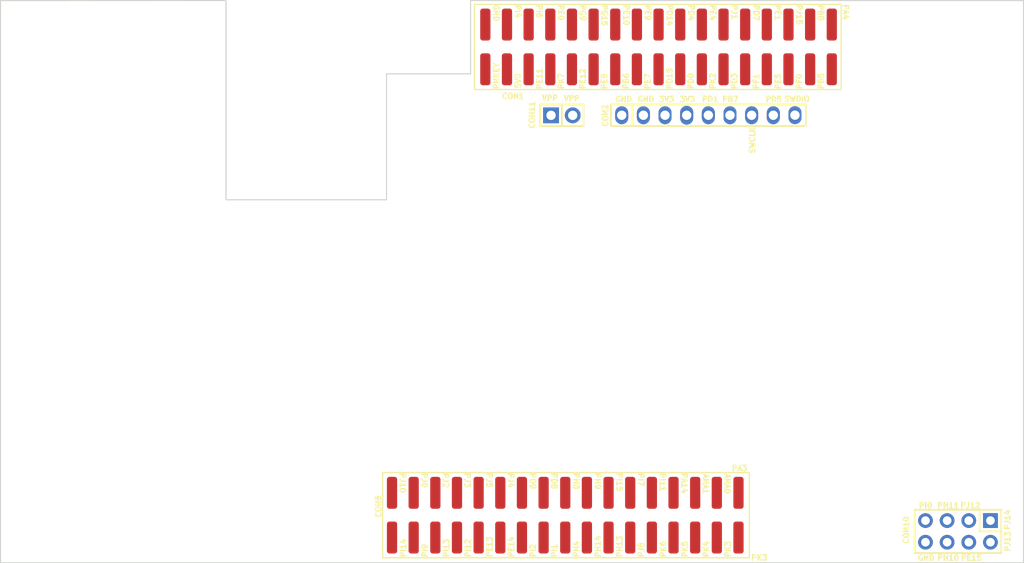
<source format=kicad_pcb>
(kicad_pcb (version 20240108) (generator "pcbnew") (generator_version "8.0")
  (title_block (title "Telemach mp157 development board shield") (date "2024-09-05") (rev "V1.0") (company "MW Sofjan"))
  (layers (0 "F.Cu" signal) (1 "In1.Cu" signal) (2 "In2.Cu" signal) (31 "B.Cu" signal) (34 "B.Paste" user) (35 "F.Paste" user) (36 "B.SilkS" user "B.Silkscreen") (37 "F.SilkS" user "F.Silkscreen") (38 "B.Mask" user) (39 "F.Mask" user) (44 "Edge.Cuts" user))
  (net 0 "")
  (net 1 "GND")
  (net 2 "5V")
  (net 3 "3V3")
  (net 4 "/Gold Connector/PIN1")
  (net 5 "/Gold Connector/PIN4")
  (net 6 "/Gold Connector/PIN5")
  (net 7 "/Gold Connector/PIN6")
  (net 8 "/Gold Connector/PIN7")
  (net 9 "/Gold Connector/PIN8")
  (net 10 "/Gold Connector/PIN9")
  (net 11 "/Gold Connector/PIN10")
  (net 12 "/Gold Connector/PIN11")
  (net 13 "/Gold Connector/PIN12")
  (net 14 "/Gold Connector/PIN13")
  (net 15 "/Gold Connector/PIN14")
  (net 16 "/Gold Connector/PIN15")
  (net 17 "/Gold Connector/PIN16")
  (net 18 "/Gold Connector/PIN17")
  (net 19 "/Gold Connector/PIN18")
  (net 20 "/Gold Connector/PIN19")
  (net 21 "/Gold Connector/PIN20")
  (net 22 "/Gold Connector/PIN21")
  (net 23 "/Gold Connector/PIN22")
  (net 24 "/Gold Connector/PIN23")
  (net 25 "/Gold Connector/PIN24")
  (net 26 "/Gold Connector/PIN25")
  (net 27 "/Gold Connector/PIN26")
  (net 28 "/Gold Connector/PIN27")
  (net 29 "/Gold Connector/PIN28")
  (net 30 "/Gold Connector/PIN29")
  (net 31 "/Gold Connector/PIN30")
  (net 32 "/Gold Connector/PIN31")
  (net 33 "/Gold Connector/PIN32")
  (net 34 "/Gold Connector/PIN33")
  (net 35 "/Gold Connector/PIN34")
  (net 36 "/Gold Connector/PIN35")
  (net 37 "/Gold Connector/PIN36")
  (net 38 "/Gold Connector/PIN37")
  (net 39 "/Gold Connector/PIN38")
  (net 40 "/Gold Connector/PIN39")
  (net 41 "/Gold Connector/PIN40")
  (net 42 "/Gold Connector/PIN41")
  (net 43 "/Gold Connector/PIN42")
  (net 44 "/Gold Connector/PIN43")
  (net 45 "/Gold Connector/PIN44")
  (net 46 "/Gold Connector/PIN45")
  (net 47 "/Gold Connector/PIN46")
  (net 48 "/MCU Unit/PH10_GPIO")
  (net 49 "/MCU Unit/PI0_GPIO")
  (net 50 "/MCU Unit/JTCK-SWCLK")
  (net 51 "/MCU Unit/JTMS-SWDIO")
  (net 52 "/Gold Connector/PIN47")
  (net 53 "/Gold Connector/PIN48")
  (net 54 "/Gold Connector/PIN51")
  (net 55 "/Main Connector/PWR_IN_(4.5÷27)V")
  (net 56 "/Gold Connector/PIN49")
  (net 57 "/Gold Connector/PIN50")
  (net 58 "/Gold Connector/PIN52")
  (net 59 "/Gold Connector/PIN53")
  (net 60 "/Gold Connector/PIN54")
  (net 61 "/Gold Connector/PIN55")
  (net 62 "/Gold Connector/PIN56")
  (net 63 "/Gold Connector/PIN57")
  (net 64 "/Gold Connector/PIN58")
  (net 65 "/Gold Connector/PIN59")
  (net 66 "/Gold Connector/PIN60")
  (net 67 "/Gold Connector/PIN61")
  (net 68 "/Gold Connector/PIN62")
  (net 69 "/Gold Connector/PIN63")
  (net 70 "/Gold Connector/PIN64")
  (net 71 "/Gold Connector/PIN65")
  (net 72 "/Gold Connector/PIN66")
  (net 73 "/Gold Connector/PIN67")
  (net 74 "/Gold Connector/PIN68")
  (net 75 "/MCU Unit/PB7_GPIO")
  (net 76 "/MCU Unit/PD5_GPIO")
  (net 77 "/MCU Unit/PD1_GPIO")
  (net 78 "/MCU Unit/PH11_GPIO")
  (net 79 "/MCU Unit/PE15_GPIO")
  (net 80 "/MCU Unit/PJ12_GPIO")
  (net 81 "/MCU Unit/PJ13_GPIO")
  (net 82 "/MCU Unit/PJ14_GPIO")
  (footprint "Goldpin:Goldpin_2_2_54mm" (layer "F.Cu") (at 161.66 81.54)
    (property "Reference" "CON11" (at -3.49 -0.05 90) (layer "F.SilkS") (effects (font (size 0.635 0.635) (thickness 0.15875) (bold yes))))
    (property "Value" "1x2x2.54mm" (hide yes))
    (fp_line (start -2.54 -1.27) (end 2.54 -1.27) (stroke (width 0.2032)) (layer "F.SilkS"))
    (fp_line (start -2.54 1.27) (end -2.54 -1.27) (stroke (width 0.2032)) (layer "F.SilkS"))
    (fp_line (start 0 -1.27) (end 0 1.27) (stroke (width 0.2032)) (layer "F.SilkS"))
    (fp_line (start 2.54 -1.27) (end 2.54 1.27) (stroke (width 0.2032)) (layer "F.SilkS"))
    (fp_line (start 2.54 1.27) (end -2.54 1.27) (stroke (width 0.2032)) (layer "F.SilkS"))
    (pad "1" thru_hole rect (at -1.27 0) (size 1.85 1.85) (drill 1.1) (layers "*.Cu" "*.Mask") (net 55 "/Main Connector/PWR_IN_(4.5÷27)V"))
    (pad "2" thru_hole oval (at 1.27 0) (size 1.85 1.85) (drill 1.1) (layers "*.Cu" "*.Mask") (net 55 "/Main Connector/PWR_IN_(4.5÷27)V"))
  )
  (footprint "Goldpin:Goldpin_17_2_2_54mm_SMT" (layer "F.Cu") (at 173 73.51 90)
    (property "Reference" "CON1" (at -5.78 -17.07 180) (layer "F.SilkS") (effects (font (size 0.635 0.635) (thickness 0.15875) (bold yes))))
    (property "Value" "2x17x2.54mm" (hide yes))
    (fp_line (start 5 -21.59) (end -5 -21.59) (stroke (width 0.15)) (layer "F.SilkS"))
    (fp_line (start -5 -21.59) (end -5 21.42) (stroke (width 0.15)) (layer "F.SilkS"))
    (fp_line (start 5 21.42) (end 5 -21.59) (stroke (width 0.15)) (layer "F.SilkS"))
    (fp_line (start -5 21.42) (end 5 21.42) (stroke (width 0.15)) (layer "F.SilkS"))
    (pad "1" smd roundrect (at -2.625 -20.32 90) (size 3.75 1.2) (layers "F.Cu" "F.Paste" "F.Mask") (net 4 "/Gold Connector/PIN1"))
    (pad "2" smd roundrect (at 2.625 -20.32 90) (size 3.75 1.2) (layers "F.Cu" "F.Paste" "F.Mask") (net 1 "GND"))
    (pad "3" smd roundrect (at -2.625 -17.78 90) (size 3.75 1.2) (layers "F.Cu" "F.Paste" "F.Mask") (net 2 "5V"))
    (pad "4" smd roundrect (at 2.625 -17.78 90) (size 3.75 1.2) (layers "F.Cu" "F.Paste" "F.Mask") (net 5 "/Gold Connector/PIN4"))
    (pad "5" smd roundrect (at -2.625 -15.24 90) (size 3.75 1.2) (layers "F.Cu" "F.Paste" "F.Mask") (net 6 "/Gold Connector/PIN5"))
    (pad "6" smd roundrect (at 2.625 -15.24 90) (size 3.75 1.2) (layers "F.Cu" "F.Paste" "F.Mask") (net 7 "/Gold Connector/PIN6"))
    (pad "7" smd roundrect (at -2.625 -12.7 90) (size 3.75 1.2) (layers "F.Cu" "F.Paste" "F.Mask") (net 8 "/Gold Connector/PIN7"))
    (pad "8" smd roundrect (at 2.625 -12.7 90) (size 3.75 1.2) (layers "F.Cu" "F.Paste" "F.Mask") (net 9 "/Gold Connector/PIN8"))
    (pad "9" smd roundrect (at -2.625 -10.16 90) (size 3.75 1.2) (layers "F.Cu" "F.Paste" "F.Mask") (net 10 "/Gold Connector/PIN9"))
    (pad "10" smd roundrect (at 2.625 -10.16 90) (size 3.75 1.2) (layers "F.Cu" "F.Paste" "F.Mask") (net 11 "/Gold Connector/PIN10"))
    (pad "11" smd roundrect (at -2.625 -7.62 90) (size 3.75 1.2) (layers "F.Cu" "F.Paste" "F.Mask") (net 12 "/Gold Connector/PIN11"))
    (pad "12" smd roundrect (at 2.625 -7.62 90) (size 3.75 1.2) (layers "F.Cu" "F.Paste" "F.Mask") (net 13 "/Gold Connector/PIN12"))
    (pad "13" smd roundrect (at -2.625 -5.08 90) (size 3.75 1.2) (layers "F.Cu" "F.Paste" "F.Mask") (net 14 "/Gold Connector/PIN13"))
    (pad "14" smd roundrect (at 2.625 -5.08 90) (size 3.75 1.2) (layers "F.Cu" "F.Paste" "F.Mask") (net 15 "/Gold Connector/PIN14"))
    (pad "15" smd roundrect (at -2.625 -2.54 90) (size 3.75 1.2) (layers "F.Cu" "F.Paste" "F.Mask") (net 16 "/Gold Connector/PIN15"))
    (pad "16" smd roundrect (at 2.625 -2.54 90) (size 3.75 1.2) (layers "F.Cu" "F.Paste" "F.Mask") (net 17 "/Gold Connector/PIN16"))
    (pad "17" smd roundrect (at -2.625 0 90) (size 3.75 1.2) (layers "F.Cu" "F.Paste" "F.Mask") (net 18 "/Gold Connector/PIN17"))
    (pad "18" smd roundrect (at 2.625 0 90) (size 3.75 1.2) (layers "F.Cu" "F.Paste" "F.Mask") (net 19 "/Gold Connector/PIN18"))
    (pad "19" smd roundrect (at -2.625 2.54 90) (size 3.75 1.2) (layers "F.Cu" "F.Paste" "F.Mask") (net 20 "/Gold Connector/PIN19"))
    (pad "20" smd roundrect (at 2.625 2.54 90) (size 3.75 1.2) (layers "F.Cu" "F.Paste" "F.Mask") (net 21 "/Gold Connector/PIN20"))
    (pad "21" smd roundrect (at -2.625 5.08 90) (size 3.75 1.2) (layers "F.Cu" "F.Paste" "F.Mask") (net 22 "/Gold Connector/PIN21"))
    (pad "22" smd roundrect (at 2.625 5.08 90) (size 3.75 1.2) (layers "F.Cu" "F.Paste" "F.Mask") (net 23 "/Gold Connector/PIN22"))
    (pad "23" smd roundrect (at -2.625 7.62 90) (size 3.75 1.2) (layers "F.Cu" "F.Paste" "F.Mask") (net 24 "/Gold Connector/PIN23"))
    (pad "24" smd roundrect (at 2.625 7.62 90) (size 3.75 1.2) (layers "F.Cu" "F.Paste" "F.Mask") (net 25 "/Gold Connector/PIN24"))
    (pad "25" smd roundrect (at -2.625 10.16 90) (size 3.75 1.2) (layers "F.Cu" "F.Paste" "F.Mask") (net 26 "/Gold Connector/PIN25"))
    (pad "26" smd roundrect (at 2.625 10.16 90) (size 3.75 1.2) (layers "F.Cu" "F.Paste" "F.Mask") (net 27 "/Gold Connector/PIN26"))
    (pad "27" smd roundrect (at -2.625 12.7 90) (size 3.75 1.2) (layers "F.Cu" "F.Paste" "F.Mask") (net 28 "/Gold Connector/PIN27"))
    (pad "28" smd roundrect (at 2.625 12.7 90) (size 3.75 1.2) (layers "F.Cu" "F.Paste" "F.Mask") (net 29 "/Gold Connector/PIN28"))
    (pad "29" smd roundrect (at -2.625 15.24 90) (size 3.75 1.2) (layers "F.Cu" "F.Paste" "F.Mask") (net 30 "/Gold Connector/PIN29"))
    (pad "30" smd roundrect (at 2.625 15.24 90) (size 3.75 1.2) (layers "F.Cu" "F.Paste" "F.Mask") (net 31 "/Gold Connector/PIN30"))
    (pad "31" smd roundrect (at -2.625 17.78 90) (size 3.75 1.2) (layers "F.Cu" "F.Paste" "F.Mask") (net 32 "/Gold Connector/PIN31"))
    (pad "32" smd roundrect (at 2.625 17.78 90) (size 3.75 1.2) (layers "F.Cu" "F.Paste" "F.Mask") (net 33 "/Gold Connector/PIN32"))
    (pad "33" smd roundrect (at -2.625 20.32 90) (size 3.75 1.2) (layers "F.Cu" "F.Paste" "F.Mask") (net 34 "/Gold Connector/PIN33"))
    (pad "34" smd roundrect (at 2.625 20.32 90) (size 3.75 1.2) (layers "F.Cu" "F.Paste" "F.Mask") (net 35 "/Gold Connector/PIN34"))
  )
  (footprint "Goldpin:Goldpin_9_2_54mm" (layer "F.Cu") (at 178.84 81.53)
    (property "Reference" "CON2" (at -12.09 0.04 90) (layer "F.SilkS") (effects (font (size 0.635 0.635) (thickness 0.15875) (bold yes))))
    (property "Value" "1x9x2.54mm" (hide yes))
    (fp_line (start -11.43 -1.27) (end -11.43 1.27) (stroke (width 0.2032)) (layer "F.SilkS"))
    (fp_line (start -11.43 -1.27) (end 11.43 -1.27) (stroke (width 0.2032)) (layer "F.SilkS"))
    (fp_line (start -8.89 -1.27) (end -8.89 1.27) (stroke (width 0.2032)) (layer "F.SilkS"))
    (fp_line (start 11.43 -1.27) (end 11.43 1.27) (stroke (width 0.2032)) (layer "F.SilkS"))
    (fp_line (start 11.43 1.27) (end -11.43 1.27) (stroke (width 0.2032)) (layer "F.SilkS"))
    (pad "1" thru_hole oval (at -10.16 0) (size 1.524 2.1) (drill 1.1) (layers "*.Cu" "*.Mask") (net 1 "GND"))
    (pad "2" thru_hole oval (at -7.62 0) (size 1.524 2.1) (drill 1.1) (layers "*.Cu" "*.Mask") (net 1 "GND"))
    (pad "3" thru_hole oval (at -5.08 0) (size 1.524 2.1) (drill 1.1) (layers "*.Cu" "*.Mask") (net 3 "3V3"))
    (pad "4" thru_hole oval (at -2.54 0) (size 1.524 2.19964) (drill 1.1) (layers "*.Cu" "*.Mask") (net 3 "3V3"))
    (pad "5" thru_hole oval (at 0 0) (size 1.524 2.1) (drill 1.1) (layers "*.Cu" "*.Mask") (net 77 "/MCU Unit/PD1_GPIO"))
    (pad "6" thru_hole oval (at 2.54 0) (size 1.524 2.1) (drill 1.1) (layers "*.Cu" "*.Mask") (net 75 "/MCU Unit/PB7_GPIO"))
    (pad "7" thru_hole oval (at 5.08 0) (size 1.524 2.1) (drill 1.1) (layers "*.Cu" "*.Mask") (net 50 "/MCU Unit/JTCK-SWCLK"))
    (pad "8" thru_hole oval (at 7.62 0) (size 1.524 2.1) (drill 1.1) (layers "*.Cu" "*.Mask") (net 76 "/MCU Unit/PD5_GPIO"))
    (pad "9" thru_hole oval (at 10.16 -0.01) (size 1.524 2.1) (drill 1.1) (layers "*.Cu" "*.Mask") (net 51 "/MCU Unit/JTMS-SWDIO"))
  )
  (footprint "Goldpin:Goldpin_4_2_2_54mm" (layer "F.Cu") (at 208.12 130.39 -90)
    (property "Reference" "CON10" (at -0.15 6.08 90) (layer "F.SilkS") (effects (font (size 0.635 0.635) (thickness 0.15875) (bold yes))))
    (property "Value" "77313-818-08LF" (hide yes))
    (fp_line (start -2.54 5.08) (end 2.54 5.08) (stroke (width 0.2032)) (layer "F.SilkS"))
    (fp_line (start 2.54 5.08) (end 2.54 -5.08) (stroke (width 0.2032)) (layer "F.SilkS"))
    (fp_line (start 0 -2.54) (end -2.54 -2.54) (stroke (width 0.2032)) (layer "F.SilkS"))
    (fp_line (start -2.54 -5.08) (end -2.54 5.08) (stroke (width 0.2032)) (layer "F.SilkS"))
    (fp_line (start 0 -5.08) (end 0 -2.54) (stroke (width 0.2032)) (layer "F.SilkS"))
    (fp_line (start 2.54 -5.08) (end -2.54 -5.08) (stroke (width 0.2032)) (layer "F.SilkS"))
    (pad "1" thru_hole rect (at -1.27 -3.81 270) (size 1.7272 1.7272) (drill 1.016) (layers "*.Cu" "*.Mask") (net 82 "/MCU Unit/PJ14_GPIO"))
    (pad "2" thru_hole oval (at 1.27 -3.81 270) (size 1.7272 1.7272) (drill 1.016) (layers "*.Cu" "*.Mask") (net 81 "/MCU Unit/PJ13_GPIO"))
    (pad "3" thru_hole oval (at -1.27 -1.27 270) (size 1.7272 1.7272) (drill 1.016) (layers "*.Cu" "*.Mask") (net 80 "/MCU Unit/PJ12_GPIO"))
    (pad "4" thru_hole oval (at 1.27 -1.27 270) (size 1.7272 1.7272) (drill 1.016) (layers "*.Cu" "*.Mask") (net 79 "/MCU Unit/PE15_GPIO"))
    (pad "5" thru_hole oval (at -1.27 1.27 270) (size 1.7272 1.7272) (drill 1.016) (layers "*.Cu" "*.Mask") (net 78 "/MCU Unit/PH11_GPIO"))
    (pad "6" thru_hole oval (at 1.27 1.27 270) (size 1.7272 1.7272) (drill 1.016) (layers "*.Cu" "*.Mask") (net 48 "/MCU Unit/PH10_GPIO"))
    (pad "7" thru_hole oval (at -1.27 3.81 270) (size 1.7272 1.7272) (drill 1.016) (layers "*.Cu" "*.Mask") (net 49 "/MCU Unit/PI0_GPIO"))
    (pad "8" thru_hole oval (at 1.27 3.81 270) (size 1.7272 1.7272) (drill 1.016) (layers "*.Cu" "*.Mask") (net 1 "GND"))
  )
  (footprint "Goldpin:Goldpin_17_2_2_54mm_SMT" (layer "F.Cu") (at 162.055 128.485 -90)
    (property "Reference" "CON8" (at -1.025 21.915 90) (layer "F.SilkS") (effects (font (size 0.635 0.635) (thickness 0.15875) (bold yes))))
    (property "Value" "2x17x2.54mm" (hide yes))
    (fp_line (start -5 21.42) (end 5 21.42) (stroke (width 0.15)) (layer "F.SilkS"))
    (fp_line (start 5 21.42) (end 5 -21.59) (stroke (width 0.15)) (layer "F.SilkS"))
    (fp_line (start -5 -21.59) (end -5 21.42) (stroke (width 0.15)) (layer "F.SilkS"))
    (fp_line (start 5 -21.59) (end -5 -21.59) (stroke (width 0.15)) (layer "F.SilkS"))
    (pad "1" smd roundrect (at -2.625 -20.32 270) (size 3.75 1.2) (layers "F.Cu" "F.Paste" "F.Mask") (net 36 "/Gold Connector/PIN35"))
    (pad "2" smd roundrect (at 2.625 -20.32 270) (size 3.75 1.2) (layers "F.Cu" "F.Paste" "F.Mask") (net 37 "/Gold Connector/PIN36"))
    (pad "3" smd roundrect (at -2.625 -17.78 270) (size 3.75 1.2) (layers "F.Cu" "F.Paste" "F.Mask") (net 38 "/Gold Connector/PIN37"))
    (pad "4" smd roundrect (at 2.625 -17.78 270) (size 3.75 1.2) (layers "F.Cu" "F.Paste" "F.Mask") (net 39 "/Gold Connector/PIN38"))
    (pad "5" smd roundrect (at -2.625 -15.24 270) (size 3.75 1.2) (layers "F.Cu" "F.Paste" "F.Mask") (net 40 "/Gold Connector/PIN39"))
    (pad "6" smd roundrect (at 2.625 -15.24 270) (size 3.75 1.2) (layers "F.Cu" "F.Paste" "F.Mask") (net 41 "/Gold Connector/PIN40"))
    (pad "7" smd roundrect (at -2.625 -12.7 270) (size 3.75 1.2) (layers "F.Cu" "F.Paste" "F.Mask") (net 42 "/Gold Connector/PIN41"))
    (pad "8" smd roundrect (at 2.625 -12.7 270) (size 3.75 1.2) (layers "F.Cu" "F.Paste" "F.Mask") (net 43 "/Gold Connector/PIN42"))
    (pad "9" smd roundrect (at -2.625 -10.16 270) (size 3.75 1.2) (layers "F.Cu" "F.Paste" "F.Mask") (net 44 "/Gold Connector/PIN43"))
    (pad "10" smd roundrect (at 2.625 -10.16 270) (size 3.75 1.2) (layers "F.Cu" "F.Paste" "F.Mask") (net 45 "/Gold Connector/PIN44"))
    (pad "11" smd roundrect (at -2.625 -7.62 270) (size 3.75 1.2) (layers "F.Cu" "F.Paste" "F.Mask") (net 46 "/Gold Connector/PIN45"))
    (pad "12" smd roundrect (at 2.625 -7.62 270) (size 3.75 1.2) (layers "F.Cu" "F.Paste" "F.Mask") (net 47 "/Gold Connector/PIN46"))
    (pad "13" smd roundrect (at -2.625 -5.08 270) (size 3.75 1.2) (layers "F.Cu" "F.Paste" "F.Mask") (net 52 "/Gold Connector/PIN47"))
    (pad "14" smd roundrect (at 2.625 -5.08 270) (size 3.75 1.2) (layers "F.Cu" "F.Paste" "F.Mask") (net 53 "/Gold Connector/PIN48"))
    (pad "15" smd roundrect (at -2.625 -2.54 270) (size 3.75 1.2) (layers "F.Cu" "F.Paste" "F.Mask") (net 56 "/Gold Connector/PIN49"))
    (pad "16" smd roundrect (at 2.625 -2.54 270) (size 3.75 1.2) (layers "F.Cu" "F.Paste" "F.Mask") (net 57 "/Gold Connector/PIN50"))
    (pad "17" smd roundrect (at -2.625 0 270) (size 3.75 1.2) (layers "F.Cu" "F.Paste" "F.Mask") (net 54 "/Gold Connector/PIN51"))
    (pad "18" smd roundrect (at 2.625 0 270) (size 3.75 1.2) (layers "F.Cu" "F.Paste" "F.Mask") (net 58 "/Gold Connector/PIN52"))
    (pad "19" smd roundrect (at -2.625 2.54 270) (size 3.75 1.2) (layers "F.Cu" "F.Paste" "F.Mask") (net 59 "/Gold Connector/PIN53"))
    (pad "20" smd roundrect (at 2.625 2.54 270) (size 3.75 1.2) (layers "F.Cu" "F.Paste" "F.Mask") (net 60 "/Gold Connector/PIN54"))
    (pad "21" smd roundrect (at -2.625 5.08 270) (size 3.75 1.2) (layers "F.Cu" "F.Paste" "F.Mask") (net 61 "/Gold Connector/PIN55"))
    (pad "22" smd roundrect (at 2.625 5.08 270) (size 3.75 1.2) (layers "F.Cu" "F.Paste" "F.Mask") (net 62 "/Gold Connector/PIN56"))
    (pad "23" smd roundrect (at -2.625 7.62 270) (size 3.75 1.2) (layers "F.Cu" "F.Paste" "F.Mask") (net 63 "/Gold Connector/PIN57"))
    (pad "24" smd roundrect (at 2.625 7.62 270) (size 3.75 1.2) (layers "F.Cu" "F.Paste" "F.Mask") (net 64 "/Gold Connector/PIN58"))
    (pad "25" smd roundrect (at -2.625 10.16 270) (size 3.75 1.2) (layers "F.Cu" "F.Paste" "F.Mask") (net 65 "/Gold Connector/PIN59"))
    (pad "26" smd roundrect (at 2.625 10.16 270) (size 3.75 1.2) (layers "F.Cu" "F.Paste" "F.Mask") (net 66 "/Gold Connector/PIN60"))
    (pad "27" smd roundrect (at -2.625 12.7 270) (size 3.75 1.2) (layers "F.Cu" "F.Paste" "F.Mask") (net 67 "/Gold Connector/PIN61"))
    (pad "28" smd roundrect (at 2.625 12.7 270) (size 3.75 1.2) (layers "F.Cu" "F.Paste" "F.Mask") (net 68 "/Gold Connector/PIN62"))
    (pad "29" smd roundrect (at -2.625 15.24 270) (size 3.75 1.2) (layers "F.Cu" "F.Paste" "F.Mask") (net 69 "/Gold Connector/PIN63"))
    (pad "30" smd roundrect (at 2.625 15.24 270) (size 3.75 1.2) (layers "F.Cu" "F.Paste" "F.Mask") (net 70 "/Gold Connector/PIN64"))
    (pad "31" smd roundrect (at -2.625 17.78 270) (size 3.75 1.2) (layers "F.Cu" "F.Paste" "F.Mask") (net 71 "/Gold Connector/PIN65"))
    (pad "32" smd roundrect (at 2.625 17.78 270) (size 3.75 1.2) (layers "F.Cu" "F.Paste" "F.Mask") (net 72 "/Gold Connector/PIN66"))
    (pad "33" smd roundrect (at -2.625 20.32 270) (size 3.75 1.2) (layers "F.Cu" "F.Paste" "F.Mask") (net 73 "/Gold Connector/PIN67"))
    (pad "34" smd roundrect (at 2.625 20.32 270) (size 3.75 1.2) (layers "F.Cu" "F.Paste" "F.Mask") (net 74 "/Gold Connector/PIN68"))
  )
  (gr_line (start 141.09 91.46) (end 122.26 91.46) (stroke (width 0.12)) (layer "Edge.Cuts"))
  (gr_line (start 150.95 68.07) (end 215.81 68.07) (stroke (width 0.12)) (layer "Edge.Cuts"))
  (gr_line (start 215.81 134.07) (end 95.81 134.07) (stroke (width 0.12)) (layer "Edge.Cuts"))
  (gr_line (start 150.95 68.07) (end 150.95 76.67) (stroke (width 0.12)) (layer "Edge.Cuts"))
  (gr_line (start 122.26 68.06) (end 95.81 68.07) (stroke (width 0.12)) (layer "Edge.Cuts"))
  (gr_line (start 150.95 76.67) (end 141.09 76.67) (stroke (width 0.12)) (layer "Edge.Cuts"))
  (gr_line (start 122.26 91.46) (end 122.26 68.06) (stroke (width 0.12)) (layer "Edge.Cuts"))
  (gr_line (start 95.81 134.07) (end 95.81 68.07) (stroke (width 0.12)) (layer "Edge.Cuts"))
  (gr_line (start 141.09 76.67) (end 141.09 91.46) (stroke (width 0.12)) (layer "Edge.Cuts"))
  (gr_line (start 215.81 134.07) (end 215.81 68.07) (stroke (width 0.12)) (layer "Edge.Cuts"))
  (gr_text "PE7" (at 172.09 78.56 90) (layer "F.SilkS") (effects (font (size 0.635 0.635) (thickness 0.15875) (bold yes)) (justify left bottom)))
  (gr_text "PI6" (at 158.63 68.46 270) (layer "F.SilkS") (effects (font (size 0.635 0.635) (thickness 0.15875) (bold yes)) (justify left bottom)))
  (gr_text "PI9" (at 145.97 133.52 90) (layer "F.SilkS") (effects (font (size 0.635 0.635) (thickness 0.15875) (bold yes)) (justify left bottom)))
  (gr_text "PH11" (at 205.62 127.73 0) (layer "F.SilkS") (effects (font (size 0.635 0.635) (thickness 0.15875) (bold yes)) (justify left bottom)))
  (gr_text "PD15" (at 174.65 78.56 90) (layer "F.SilkS") (effects (font (size 0.635 0.635) (thickness 0.15875) (bold yes)) (justify left bottom)))
  (gr_text "PI0" (at 203.45 127.71 0) (layer "F.SilkS") (effects (font (size 0.635 0.635) (thickness 0.15875) (bold yes)) (justify left bottom)))
  (gr_text "PJ5" (at 152.77 123.43 270) (layer "F.SilkS") (effects (font (size 0.635 0.635) (thickness 0.15875) (bold yes)) (justify left bottom)))
  (gr_text "PI11" (at 173.1 123.43 270) (layer "F.SilkS") (effects (font (size 0.635 0.635) (thickness 0.15875) (bold yes)) (justify left bottom)))
  (gr_text "PH14" (at 166.26 133.52 90) (layer "F.SilkS") (effects (font (size 0.635 0.635) (thickness 0.15875) (bold yes)) (justify left bottom)))
  (gr_text "PD8" (at 160.39 123.43 270) (layer "F.SilkS") (effects (font (size 0.635 0.635) (thickness 0.15875) (bold yes)) (justify left bottom)))
  (gr_text "ANA0" (at 180.7 123.51 270) (layer "F.SilkS") (effects (font (size 0.635 0.635) (thickness 0.15875) (bold yes)) (justify left bottom)))
  (gr_text "PK4" (at 178.95 133.52 90) (layer "F.SilkS") (effects (font (size 0.635 0.635) (thickness 0.15875) (bold yes)) (justify left bottom)))
  (gr_text "PI1" (at 161.17 133.52 90) (layer "F.SilkS") (effects (font (size 0.635 0.635) (thickness 0.15875) (bold yes)) (justify left bottom)))
  (gr_text "PD5" (at 185.47 80.03 0) (layer "F.SilkS") (effects (font (size 0.635 0.635) (thickness 0.15875) (bold yes)) (justify left bottom)))
  (gr_text "GND" (at 170.43 80.03 0) (layer "F.SilkS") (effects (font (size 0.635 0.635) (thickness 0.15875) (bold yes)) (justify left bottom)))
  (gr_text "PA14" (at 175.63 123.43 270) (layer "F.SilkS") (effects (font (size 0.635 0.635) (thickness 0.15875) (bold yes)) (justify left bottom)))
  (gr_text "PH10" (at 205.62 133.87 0) (layer "F.SilkS") (effects (font (size 0.635 0.635) (thickness 0.15875) (bold yes)) (justify left bottom)))
  (gr_text "PB7" (at 180.38 80.03 0) (layer "F.SilkS") (effects (font (size 0.635 0.635) (thickness 0.15875) (bold yes)) (justify left bottom)))
  (gr_text "PJ14" (at 214.3 130.29 90) (layer "F.SilkS") (effects (font (size 0.635 0.635) (thickness 0.15875) (bold yes)) (justify left bottom)))
  (gr_text "PE12" (at 164.48 78.56 90) (layer "F.SilkS") (effects (font (size 0.635 0.635) (thickness 0.15875) (bold yes)) (justify left bottom)))
  (gr_text "PI12" (at 151.02 133.52 90) (layer "F.SilkS") (effects (font (size 0.635 0.635) (thickness 0.15875) (bold yes)) (justify left bottom)))
  (gr_text "PB6" (at 169.55 78.56 90) (layer "F.SilkS") (effects (font (size 0.635 0.635) (thickness 0.15875) (bold yes)) (justify left bottom)))
  (gr_text "PB5" (at 192.43 78.56 90) (layer "F.SilkS") (effects (font (size 0.635 0.635) (thickness 0.15875) (bold yes)) (justify left bottom)))
  (gr_text "PI15" (at 168.03 123.43 270) (layer "F.SilkS") (effects (font (size 0.635 0.635) (thickness 0.15875) (bold yes)) (justify left bottom)))
  (gr_text "PK6" (at 173.91 133.52 90) (layer "F.SilkS") (effects (font (size 0.635 0.635) (thickness 0.15875) (bold yes)) (justify left bottom)))
  (gr_text "PA4" (at 194.56 68.42 270) (layer "F.SilkS") (effects (font (size 0.635 0.635) (thickness 0.15875) (bold yes)) (justify left bottom)))
  (gr_text "ANA1" (at 178.16 123.53 270) (layer "F.SilkS") (effects (font (size 0.635 0.635) (thickness 0.15875) (bold yes)) (justify left bottom)))
  (gr_text "PE1" (at 186.6 68.46 270) (layer "F.SilkS") (effects (font (size 0.635 0.635) (thickness 0.15875) (bold yes)) (justify left bottom)))
  (gr_text "VPP" (at 161.81 79.93 0) (layer "F.SilkS") (effects (font (size 0.635 0.635) (thickness 0.15875) (bold yes)) (justify left bottom)))
  (gr_text "PH8" (at 162.95 123.43 270) (layer "F.SilkS") (effects (font (size 0.635 0.635) (thickness 0.15875) (bold yes)) (justify left bottom)))
  (gr_text "PD14" (at 173.92 68.46 270) (layer "F.SilkS") (effects (font (size 0.635 0.635) (thickness 0.15875) (bold yes)) (justify left bottom)))
  (gr_text "PE13" (at 153.56 133.52 90) (layer "F.SilkS") (effects (font (size 0.635 0.635) (thickness 0.15875) (bold yes)) (justify left bottom)))
  (gr_text "GND" (at 153.58 68.46 270) (layer "F.SilkS") (effects (font (size 0.635 0.635) (thickness 0.15875) (bold yes)) (justify left bottom)))
  (gr_text "3V3" (at 172.97 80.03 0) (layer "F.SilkS") (effects (font (size 0.635 0.635) (thickness 0.15875) (bold yes)) (justify left bottom)))
  (gr_text "PE15" (at 208.38 133.87 0) (layer "F.SilkS") (effects (font (size 0.635 0.635) (thickness 0.15875) (bold yes)) (justify left bottom)))
  (gr_text "PJ1" (at 181.53 68.46 270) (layer "F.SilkS") (effects (font (size 0.635 0.635) (thickness 0.15875) (bold yes)) (justify left bottom)))
  (gr_text "PI7" (at 170.56 123.43 270) (layer "F.SilkS") (effects (font (size 0.635 0.635) (thickness 0.15875) (bold yes)) (justify left bottom)))
  (gr_text "PE4" (at 179 68.46 270) (layer "F.SilkS") (effects (font (size 0.635 0.635) (thickness 0.15875) (bold yes)) (justify left bottom)))
  (gr_text "PJ10" (at 142.61 123.43 270) (layer "F.SilkS") (effects (font (size 0.635 0.635) (thickness 0.15875) (bold yes)) (justify left bottom)))
  (gr_text "PJ4" (at 155.31 123.43 270) (layer "F.SilkS") (effects (font (size 0.635 0.635) (thickness 0.15875) (bold yes)) (justify left bottom)))
  (gr_text "PE9" (at 171.36 68.46 270) (layer "F.SilkS") (effects (font (size 0.635 0.635) (thickness 0.15875) (bold yes)) (justify left bottom)))
  (gr_text "PI13" (at 148.49 133.52 90) (layer "F.SilkS") (effects (font (size 0.635 0.635) (thickness 0.15875) (bold yes)) (justify left bottom)))
  (gr_text "PF0" (at 189.87 78.56 90) (layer "F.SilkS") (effects (font (size 0.635 0.635) (thickness 0.15875) (bold yes)) (justify left bottom)))
  (gr_text "PJ2" (at 147.66 123.43 270) (layer "F.SilkS") (effects (font (size 0.635 0.635) (thickness 0.15875) (bold yes)) (justify left bottom)))
  (gr_text "PD7" (at 184.07 68.46 270) (layer "F.SilkS") (effects (font (size 0.635 0.635) (thickness 0.15875) (bold yes)) (justify left bottom)))
  (gr_text "PG9" (at 163.74 68.46 270) (layer "F.SilkS") (effects (font (size 0.635 0.635) (thickness 0.15875) (bold yes)) (justify left bottom)))
  (gr_text "PK3" (at 183.78 133.84 0) (layer "F.SilkS") (effects (font (size 0.635 0.635) (thickness 0.15875) (bold yes)) (justify left bottom)))
  (gr_text "GND" (at 203.31 133.87 0) (layer "F.SilkS") (effects (font (size 0.635 0.635) (thickness 0.15875) (bold yes)) (justify left bottom)))
  (gr_text "PK5" (at 176.46 133.52 90) (layer "F.SilkS") (effects (font (size 0.635 0.635) (thickness 0.15875) (bold yes)) (justify left bottom)))
  (gr_text "PK2" (at 179.73 78.56 90) (layer "F.SilkS") (effects (font (size 0.635 0.635) (thickness 0.15875) (bold yes)) (justify left bottom)))
  (gr_text "PK3" (at 181.51 133.52 90) (layer "F.SilkS") (effects (font (size 0.635 0.635) (thickness 0.15875) (bold yes)) (justify left bottom)))
  (gr_text "PI2" (at 158.63 133.52 90) (layer "F.SilkS") (effects (font (size 0.635 0.635) (thickness 0.15875) (bold yes)) (justify left bottom)))
  (gr_text "PJ15" (at 189.12 68.46 270) (layer "F.SilkS") (effects (font (size 0.635 0.635) (thickness 0.15875) (bold yes)) (justify left bottom)))
  (gr_text "PJ0" (at 145.17 123.43 270) (layer "F.SilkS") (effects (font (size 0.635 0.635) (thickness 0.15875) (bold yes)) (justify left bottom)))
  (gr_text "PA3" (at 181.51 123.35 0) (layer "F.SilkS") (effects (font (size 0.635 0.635) (thickness 0.15875) (bold yes)) (justify left bottom)))
  (gr_text "PJ13" (at 214.31 132.83 90) (layer "F.SilkS") (effects (font (size 0.635 0.635) (thickness 0.15875) (bold yes)) (justify left bottom)))
  (gr_text "SWCLK" (at 184.38 86.12 90) (layer "F.SilkS") (effects (font (size 0.635 0.635) (thickness 0.15875) (bold yes)) (justify left bottom)))
  (gr_text "PD0" (at 177.18 78.56 90) (layer "F.SilkS") (effects (font (size 0.635 0.635) (thickness 0.15875) (bold yes)) (justify left bottom)))
  (gr_text "PE14" (at 156.09 133.52 90) (layer "F.SilkS") (effects (font (size 0.635 0.635) (thickness 0.15875) (bold yes)) (justify left bottom)))
  (gr_text "PB8" (at 191.65 68.46 270) (layer "F.SilkS") (effects (font (size 0.635 0.635) (thickness 0.15875) (bold yes)) (justify left bottom)))
  (gr_text "PJ8" (at 171.35 133.52 90) (layer "F.SilkS") (effects (font (size 0.635 0.635) (thickness 0.15875) (bold yes)) (justify left bottom)))
  (gr_text "PD9" (at 157.86 123.43 270) (layer "F.SilkS") (effects (font (size 0.635 0.635) (thickness 0.15875) (bold yes)) (justify left bottom)))
  (gr_text "PI14" (at 143.44 133.52 90) (layer "F.SilkS") (effects (font (size 0.635 0.635) (thickness 0.15875) (bold yes)) (justify left bottom)))
  (gr_text "PE8" (at 167.01 78.56 90) (layer "F.SilkS") (effects (font (size 0.635 0.635) (thickness 0.15875) (bold yes)) (justify left bottom)))
  (gr_text "GND" (at 167.83 80.03 0) (layer "F.SilkS") (effects (font (size 0.635 0.635) (thickness 0.15875) (bold yes)) (justify left bottom)))
  (gr_text "PH13" (at 168.81 133.52 90) (layer "F.SilkS") (effects (font (size 0.635 0.635) (thickness 0.15875) (bold yes)) (justify left bottom)))
  (gr_text "VPP" (at 159.25 79.89 0) (layer "F.SilkS") (effects (font (size 0.635 0.635) (thickness 0.15875) (bold yes)) (justify left bottom)))
  (gr_text "SWDIO" (at 187.66 80 0) (layer "F.SilkS") (effects (font (size 0.635 0.635) (thickness 0.15875) (bold yes)) (justify left bottom)))
  (gr_text "PE0" (at 161.18 68.46 270) (layer "F.SilkS") (effects (font (size 0.635 0.635) (thickness 0.15875) (bold yes)) (justify left bottom)))
  (gr_text "PNKEY" (at 154.36 78.56 90) (layer "F.SilkS") (effects (font (size 0.635 0.635) (thickness 0.15875) (bold yes)) (justify left bottom)))
  (gr_text "PJ3" (at 150.21 123.43 270) (layer "F.SilkS") (effects (font (size 0.635 0.635) (thickness 0.15875) (bold yes)) (justify left bottom)))
  (gr_text "PE10" (at 168.83 68.46 270) (layer "F.SilkS") (effects (font (size 0.635 0.635) (thickness 0.15875) (bold yes)) (justify left bottom)))
  (gr_text "5V0" (at 156.89 78.49 90) (layer "F.SilkS") (effects (font (size 0.635 0.635) (thickness 0.15875) (bold yes)) (justify left bottom)))
  (gr_text "PD1" (at 178.01 80.01 0) (layer "F.SilkS") (effects (font (size 0.635 0.635) (thickness 0.15875) (bold yes)) (justify left bottom)))
  (gr_text "PD3" (at 182.27 78.56 90) (layer "F.SilkS") (effects (font (size 0.635 0.635) (thickness 0.15875) (bold yes)) (justify left bottom)))
  (gr_text "3V3" (at 175.41 80.03 0) (layer "F.SilkS") (effects (font (size 0.635 0.635) (thickness 0.15875) (bold yes)) (justify left bottom)))
  (gr_text "PE5" (at 187.38 78.56 90) (layer "F.SilkS") (effects (font (size 0.635 0.635) (thickness 0.15875) (bold yes)) (justify left bottom)))
  (gr_text "PJ12" (at 208.3 127.72 0) (layer "F.SilkS") (effects (font (size 0.635 0.635) (thickness 0.15875) (bold yes)) (justify left bottom)))
  (gr_text "PK7" (at 161.94 78.56 90) (layer "F.SilkS") (effects (font (size 0.635 0.635) (thickness 0.15875) (bold yes)) (justify left bottom)))
  (gr_text "PH4" (at 163.73 133.52 90) (layer "F.SilkS") (effects (font (size 0.635 0.635) (thickness 0.15875) (bold yes)) (justify left bottom)))
  (gr_text "PD4" (at 176.46 68.46 270) (layer "F.SilkS") (effects (font (size 0.635 0.635) (thickness 0.15875) (bold yes)) (justify left bottom)))
  (gr_text "PF1" (at 184.83 78.56 90) (layer "F.SilkS") (effects (font (size 0.635 0.635) (thickness 0.15875) (bold yes)) (justify left bottom)))
  (gr_text "PG15" (at 166.28 68.46 270) (layer "F.SilkS") (effects (font (size 0.635 0.635) (thickness 0.15875) (bold yes)) (justify left bottom)))
  (gr_text "PI4" (at 156.14 68.46 270) (layer "F.SilkS") (effects (font (size 0.635 0.635) (thickness 0.15875) (bold yes)) (justify left bottom)))
  (gr_text "PH9" (at 165.49 123.43 270) (layer "F.SilkS") (effects (font (size 0.635 0.635) (thickness 0.15875) (bold yes)) (justify left bottom)))
  (gr_text "PE11" (at 159.41 78.56 90) (layer "F.SilkS") (effects (font (size 0.635 0.635) (thickness 0.15875) (bold yes)) (justify left bottom)))
)
</source>
